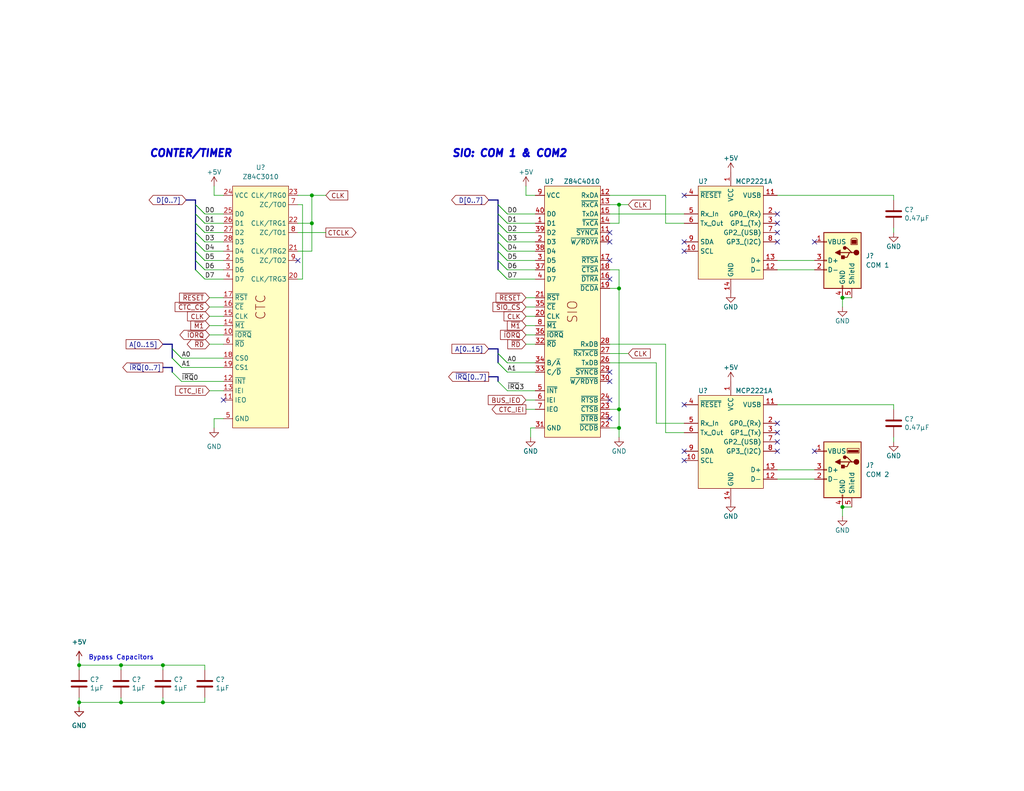
<source format=kicad_sch>
(kicad_sch (version 20230121) (generator eeschema)
  (paper "USLetter")
  (title_block (title "Main board with basic peripherals") (date "2023-09-17") (rev "6") (company "Frédéric Segard") (comment 1 "@microhobbyist") (comment 4 "Thank you to John Winans for his inspiration, as well as Grant Searle and Sergey Kiselev"))
  (lib_symbols
    (symbol "+5V_1" (power) (pin_names (offset 0))
      (property "Value" "+5V_1" (at 0 3.556 0))
      (symbol "+5V_1_0_1"
        (polyline (pts (xy -0.762 1.27) (xy 0 2.54)))
        (polyline (pts (xy 0 0) (xy 0 2.54)))
        (polyline (pts (xy 0 2.54) (xy 0.762 1.27)))
      )
      (symbol "+5V_1_1_1"
        (pin power_in line (at 0 0 90) (length 0) hide (name "+5V") (number "1"))
      )
    )
    (symbol "0_Library:MCP2221A"
      (property "Reference" "U" (at -10.16 1.27 0))
      (property "Value" "MCP2221A" (at 1.27 1.27 0))
      (symbol "MCP2221A_0_1"
        (rectangle (start -8.89 0) (end 8.89 -25.4) (stroke (width 0.1524)) (fill (type background)))
      )
      (symbol "MCP2221A_1_1"
        (pin power_in line (at 0 3.81 270) (length 3.81) (name "VCC") (number "1"))
        (pin bidirectional line (at -12.7 -17.78 0) (length 3.81) (name "SCL") (number "10"))
        (pin power_out line (at 12.7 -2.54 180) (length 3.81) (name "VUSB") (number "11"))
        (pin bidirectional line (at 12.7 -22.86 180) (length 3.81) (name "D-") (number "12"))
        (pin bidirectional line (at 12.7 -20.32 180) (length 3.81) (name "D+") (number "13"))
        (pin power_in line (at 0 -29.21 90) (length 3.81) (name "GND") (number "14"))
        (pin bidirectional line (at 12.7 -7.62 180) (length 3.81) (name "GP0_(Rx)") (number "2"))
        (pin bidirectional line (at 12.7 -10.16 180) (length 3.81) (name "GP1_(Tx)") (number "3"))
        (pin input line (at -12.7 -2.54 0) (length 3.81) (name "~{RESET}") (number "4"))
        (pin input line (at -12.7 -7.62 0) (length 3.81) (name "Rx_In") (number "5"))
        (pin output line (at -12.7 -10.16 0) (length 3.81) (name "Tx_Out") (number "6"))
        (pin bidirectional line (at 12.7 -12.7 180) (length 3.81) (name "GP2_(USB)") (number "7"))
        (pin bidirectional line (at 12.7 -15.24 180) (length 3.81) (name "GP3_(I2C)") (number "8"))
        (pin bidirectional line (at -12.7 -15.24 0) (length 3.81) (name "SDA") (number "9"))
      )
    )
    (symbol "0_Library:Z84C30xx CTC"
      (property "Reference" "U" (at -7.62 1.27 0))
      (property "Value" "Z84C30xx CTC" (at 1.27 1.27 0))
      (symbol "Z84C30xx CTC_0_0"
        (text "CTC" (at 0 -33.02 900) (effects (font (size 2.54 2.54))))
      )
      (symbol "Z84C30xx CTC_0_1"
        (rectangle (start -7.62 0) (end 7.62 -66.04) (stroke (width 0.1524)) (fill (type background)))
      )
      (symbol "Z84C30xx CTC_1_1"
        (pin bidirectional line (at -10.16 -17.78 0) (length 2.54) (name "D4") (number "1"))
        (pin input line (at -10.16 -40.64 0) (length 2.54) (name "~{IORQ}") (number "10"))
        (pin output line (at -10.16 -58.42 0) (length 2.54) (name "IEO") (number "11"))
        (pin open_collector line (at -10.16 -53.34 0) (length 2.54) (name "~{INT}") (number "12"))
        (pin input line (at -10.16 -55.88 0) (length 2.54) (name "IEI") (number "13"))
        (pin input line (at -10.16 -38.1 0) (length 2.54) (name "~{M1}") (number "14"))
        (pin input line (at -10.16 -35.56 0) (length 2.54) (name "CLK") (number "15"))
        (pin input line (at -10.16 -33.02 0) (length 2.54) (name "~{CE}") (number "16"))
        (pin input line (at -10.16 -30.48 0) (length 2.54) (name "~{RST}") (number "17"))
        (pin input line (at -10.16 -46.99 0) (length 2.54) (name "CS0") (number "18"))
        (pin input line (at -10.16 -49.53 0) (length 2.54) (name "CS1") (number "19"))
        (pin bidirectional line (at -10.16 -20.32 0) (length 2.54) (name "D5") (number "2"))
        (pin input line (at 10.16 -25.4 180) (length 2.54) (name "CLK/TRG3") (number "20"))
        (pin input line (at 10.16 -17.78 180) (length 2.54) (name "CLK/TRG2") (number "21"))
        (pin input line (at 10.16 -10.16 180) (length 2.54) (name "CLK/TRG1") (number "22"))
        (pin input line (at 10.16 -2.54 180) (length 2.54) (name "CLK/TRG0") (number "23"))
        (pin power_in line (at -10.16 -2.54 0) (length 2.54) (name "VCC") (number "24"))
        (pin bidirectional line (at -10.16 -7.62 0) (length 2.54) (name "D0") (number "25"))
        (pin bidirectional line (at -10.16 -10.16 0) (length 2.54) (name "D1") (number "26"))
        (pin bidirectional line (at -10.16 -12.7 0) (length 2.54) (name "D2") (number "27"))
        (pin bidirectional line (at -10.16 -15.24 0) (length 2.54) (name "D3") (number "28"))
        (pin bidirectional line (at -10.16 -22.86 0) (length 2.54) (name "D6") (number "3"))
        (pin bidirectional line (at -10.16 -25.4 0) (length 2.54) (name "D7") (number "4"))
        (pin power_in line (at -10.16 -63.5 0) (length 2.54) (name "GND") (number "5"))
        (pin input line (at -10.16 -43.18 0) (length 2.54) (name "~{RD}") (number "6"))
        (pin output line (at 10.16 -5.08 180) (length 2.54) (name "ZC/TO0") (number "7"))
        (pin output line (at 10.16 -12.7 180) (length 2.54) (name "ZC/TO1") (number "8"))
        (pin output line (at 10.16 -20.32 180) (length 2.54) (name "ZC/TO2") (number "9"))
      )
    )
    (symbol "0_Library:Z84C40xx SIO"
      (property "Reference" "U" (at -7.62 1.27 0))
      (property "Value" "Z84C40xx SIO" (at 1.27 1.27 0))
      (symbol "Z84C40xx SIO_0_0"
        (text "SIO" (at 0 -34.29 900) (effects (font (size 2.54 2.54))))
      )
      (symbol "Z84C40xx SIO_0_1"
        (rectangle (start -7.62 0) (end 7.62 -68.58) (stroke (width 0.1524)) (fill (type background)))
      )
      (symbol "Z84C40xx SIO_1_1"
        (pin bidirectional line (at -10.16 -10.16 0) (length 2.54) (name "D1") (number "1"))
        (pin output line (at 10.16 -15.24 180) (length 2.54) (name "~{W/RDYA}") (number "10"))
        (pin bidirectional line (at 10.16 -12.7 180) (length 2.54) (name "~{SYNCA}") (number "11"))
        (pin input line (at 10.16 -2.54 180) (length 2.54) (name "RxDA") (number "12"))
        (pin input line (at 10.16 -5.08 180) (length 2.54) (name "~{RxCA}") (number "13"))
        (pin input line (at 10.16 -10.16 180) (length 2.54) (name "~{TxCA}") (number "14"))
        (pin output line (at 10.16 -7.62 180) (length 2.54) (name "TxDA") (number "15"))
        (pin output line (at 10.16 -25.4 180) (length 2.54) (name "~{DTRA}") (number "16"))
        (pin output line (at 10.16 -20.32 180) (length 2.54) (name "~{RTSA}") (number "17"))
        (pin input line (at 10.16 -22.86 180) (length 2.54) (name "~{CTSA}") (number "18"))
        (pin input line (at 10.16 -27.94 180) (length 2.54) (name "~{DCDA}") (number "19"))
        (pin bidirectional line (at -10.16 -15.24 0) (length 2.54) (name "D3") (number "2"))
        (pin input line (at -10.16 -35.56 0) (length 2.54) (name "CLK") (number "20"))
        (pin input line (at -10.16 -30.48 0) (length 2.54) (name "~{RST}") (number "21"))
        (pin input line (at 10.16 -66.04 180) (length 2.54) (name "~{DCDB}") (number "22"))
        (pin input line (at 10.16 -60.96 180) (length 2.54) (name "~{CTSB}") (number "23"))
        (pin output line (at 10.16 -58.42 180) (length 2.54) (name "~{RTSB}") (number "24"))
        (pin output line (at 10.16 -63.5 180) (length 2.54) (name "~{DTRB}") (number "25"))
        (pin output line (at 10.16 -48.26 180) (length 2.54) (name "TxDB") (number "26"))
        (pin input line (at 10.16 -45.72 180) (length 2.54) (name "~{RxTxCB}") (number "27"))
        (pin input line (at 10.16 -43.18 180) (length 2.54) (name "RxDB") (number "28"))
        (pin bidirectional line (at 10.16 -50.8 180) (length 2.54) (name "~{SYNCB}") (number "29"))
        (pin bidirectional line (at -10.16 -20.32 0) (length 2.54) (name "D5") (number "3"))
        (pin output line (at 10.16 -53.34 180) (length 2.54) (name "~{W/RDYB}") (number "30"))
        (pin power_in line (at -10.16 -66.04 0) (length 2.54) (name "GND") (number "31"))
        (pin input line (at -10.16 -43.18 0) (length 2.54) (name "~{RD}") (number "32"))
        (pin input line (at -10.16 -50.8 0) (length 2.54) (name "C/~{D}") (number "33"))
        (pin input line (at -10.16 -48.26 0) (length 2.54) (name "B/~{A}") (number "34"))
        (pin input line (at -10.16 -33.02 0) (length 2.54) (name "~{CE}") (number "35"))
        (pin input line (at -10.16 -40.64 0) (length 2.54) (name "~{IORQ}") (number "36"))
        (pin bidirectional line (at -10.16 -22.86 0) (length 2.54) (name "D6") (number "37"))
        (pin bidirectional line (at -10.16 -17.78 0) (length 2.54) (name "D4") (number "38"))
        (pin bidirectional line (at -10.16 -12.7 0) (length 2.54) (name "D2") (number "39"))
        (pin bidirectional line (at -10.16 -25.4 0) (length 2.54) (name "D7") (number "4"))
        (pin bidirectional line (at -10.16 -7.62 0) (length 2.54) (name "D0") (number "40"))
        (pin open_collector line (at -10.16 -55.88 0) (length 2.54) (name "~{INT}") (number "5"))
        (pin input line (at -10.16 -58.42 0) (length 2.54) (name "IEI") (number "6"))
        (pin output line (at -10.16 -60.96 0) (length 2.54) (name "IEO") (number "7"))
        (pin input line (at -10.16 -38.1 0) (length 2.54) (name "~{M1}") (number "8"))
        (pin power_in line (at -10.16 -2.54 0) (length 2.54) (name "VCC") (number "9"))
      )
    )
    (symbol "Connector:USB_A" (pin_names (offset 1.016))
      (property "Reference" "J" (at -5.08 11.43 0))
      (property "Value" "USB_A" (at -5.08 8.89 0))
      (symbol "USB_A_0_1"
        (rectangle (start -5.08 -7.62) (end 5.08 7.62) (stroke (width 0.254)) (fill (type background)))
        (circle (center -3.81 2.159) (radius 0.635) (stroke (width 0.254)) (fill (type outline)))
        (rectangle (start -1.524 4.826) (end -4.318 5.334) (fill (type outline)))
        (rectangle (start -1.27 4.572) (end -4.572 5.842))
        (circle (center -0.635 3.429) (radius 0.381) (stroke (width 0.254)) (fill (type outline)))
        (rectangle (start -0.127 -7.62) (end 0.127 -6.858))
        (polyline (pts (xy -3.175 2.159) (xy -2.54 2.159) (xy -1.27 3.429) (xy -0.635 3.429)) (stroke (width 0.254)))
        (polyline (pts (xy -2.54 2.159) (xy -1.905 2.159) (xy -1.27 0.889) (xy 0 0.889)) (stroke (width 0.254)))
        (polyline (pts (xy 0.635 2.794) (xy 0.635 1.524) (xy 1.905 2.159) (xy 0.635 2.794)) (stroke (width 0.254)) (fill (type outline)))
        (rectangle (start 0.254 1.27) (end -0.508 0.508) (stroke (width 0.254)) (fill (type outline)))
        (rectangle (start 5.08 -2.667) (end 4.318 -2.413))
        (rectangle (start 5.08 -0.127) (end 4.318 0.127))
        (rectangle (start 5.08 4.953) (end 4.318 5.207))
      )
      (symbol "USB_A_1_1"
        (polyline (pts (xy -1.905 2.159) (xy 0.635 2.159)) (stroke (width 0.254)))
        (pin power_in line (at 7.62 5.08 180) (length 2.54) (name "VBUS") (number "1"))
        (pin bidirectional line (at 7.62 -2.54 180) (length 2.54) (name "D-") (number "2"))
        (pin bidirectional line (at 7.62 0 180) (length 2.54) (name "D+") (number "3"))
        (pin power_in line (at 0 -10.16 90) (length 2.54) (name "GND") (number "4"))
        (pin passive line (at -2.54 -10.16 90) (length 2.54) (name "Shield") (number "5"))
      )
    )
    (symbol "Connector:USB_B" (pin_names (offset 1.016))
      (property "Reference" "J" (at -5.08 11.43 0))
      (property "Value" "USB_B" (at -5.08 8.89 0))
      (symbol "USB_B_0_1"
        (rectangle (start -5.08 -7.62) (end 5.08 7.62) (stroke (width 0.254)) (fill (type background)))
        (circle (center -3.81 2.159) (radius 0.635) (stroke (width 0.254)) (fill (type outline)))
        (rectangle (start -3.81 5.588) (end -2.54 4.572) (fill (type outline)))
        (circle (center -0.635 3.429) (radius 0.381) (stroke (width 0.254)) (fill (type outline)))
        (rectangle (start -0.127 -7.62) (end 0.127 -6.858))
        (polyline (pts (xy -1.905 2.159) (xy 0.635 2.159)) (stroke (width 0.254)))
        (polyline (pts (xy -3.175 2.159) (xy -2.54 2.159) (xy -1.27 3.429) (xy -0.635 3.429)) (stroke (width 0.254)))
        (polyline (pts (xy -2.54 2.159) (xy -1.905 2.159) (xy -1.27 0.889) (xy 0 0.889)) (stroke (width 0.254)))
        (polyline (pts (xy 0.635 2.794) (xy 0.635 1.524) (xy 1.905 2.159) (xy 0.635 2.794)) (stroke (width 0.254)) (fill (type outline)))
        (polyline (pts (xy -4.064 4.318) (xy -2.286 4.318) (xy -2.286 5.715) (xy -2.667 6.096) (xy -3.683 6.096) (xy -4.064 5.715) (xy -4.064 4.318)))
        (rectangle (start 0.254 1.27) (end -0.508 0.508) (stroke (width 0.254)) (fill (type outline)))
        (rectangle (start 5.08 -2.667) (end 4.318 -2.413))
        (rectangle (start 5.08 -0.127) (end 4.318 0.127))
        (rectangle (start 5.08 4.953) (end 4.318 5.207))
      )
      (symbol "USB_B_1_1"
        (pin power_out line (at 7.62 5.08 180) (length 2.54) (name "VBUS") (number "1"))
        (pin bidirectional line (at 7.62 -2.54 180) (length 2.54) (name "D-") (number "2"))
        (pin bidirectional line (at 7.62 0 180) (length 2.54) (name "D+") (number "3"))
        (pin power_out line (at 0 -10.16 90) (length 2.54) (name "GND") (number "4"))
        (pin passive line (at -2.54 -10.16 90) (length 2.54) (name "Shield") (number "5"))
      )
    )
    (symbol "Device:C" (pin_numbers hide) (pin_names (offset 0.254))
      (property "Reference" "C" (at 0.635 2.54 0))
      (property "Value" "C" (at 0.635 -2.54 0))
      (symbol "C_0_1"
        (polyline (pts (xy -2.032 -0.762) (xy 2.032 -0.762)) (stroke (width 0.508)))
        (polyline (pts (xy -2.032 0.762) (xy 2.032 0.762)) (stroke (width 0.508)))
      )
      (symbol "C_1_1"
        (pin passive line (at 0 3.81 270) (length 2.794) (name "~") (number "1"))
        (pin passive line (at 0 -3.81 90) (length 2.794) (name "~") (number "2"))
      )
    )
    (symbol "GND_1" (power) (pin_names (offset 0))
      (property "Value" "GND_1" (at 0 -3.81 0))
      (symbol "GND_1_0_1"
        (polyline (pts (xy 0 0) (xy 0 -1.27) (xy 1.27 -1.27) (xy 0 -2.54) (xy -1.27 -1.27) (xy 0 -1.27)))
      )
      (symbol "GND_1_1_1"
        (pin power_in line (at 0 0 270) (length 0) hide (name "GND") (number "1"))
      )
    )
  )
  (junction (at 85.09 53.34))
  (junction (at 168.91 111.76))
  (junction (at 21.59 191.77))
  (junction (at 44.45 191.77))
  (junction (at 44.45 181.61))
  (junction (at 229.87 138.43))
  (junction (at 21.59 181.61))
  (junction (at 229.87 81.28))
  (junction (at 168.91 116.84))
  (junction (at 85.09 60.96))
  (junction (at 168.91 78.74))
  (junction (at 33.02 191.77))
  (junction (at 168.91 55.88))
  (junction (at 33.02 181.61))
  (no_connect (at 186.69 66.04))
  (no_connect (at 212.09 115.57))
  (no_connect (at 212.09 63.5))
  (no_connect (at 81.28 71.12))
  (no_connect (at 166.37 76.2))
  (no_connect (at 186.69 123.19))
  (no_connect (at 166.37 109.22))
  (no_connect (at 212.09 58.42))
  (no_connect (at 166.37 63.5))
  (no_connect (at 166.37 71.12))
  (no_connect (at 212.09 123.19))
  (no_connect (at 166.37 104.14))
  (no_connect (at 60.96 109.22))
  (no_connect (at 166.37 101.6))
  (no_connect (at 212.09 118.11))
  (no_connect (at 212.09 66.04))
  (no_connect (at 186.69 125.73))
  (no_connect (at 186.69 68.58))
  (no_connect (at 166.37 114.3))
  (no_connect (at 222.25 123.19))
  (no_connect (at 186.69 110.49))
  (no_connect (at 222.25 66.04))
  (no_connect (at 166.37 66.04))
  (no_connect (at 212.09 60.96))
  (no_connect (at 212.09 120.65))
  (no_connect (at 186.69 53.34))
  (bus_entry (at 53.34 71.12) (size 2.54 2.54))
  (bus_entry (at 53.34 58.42) (size 2.54 2.54))
  (bus_entry (at 53.34 71.12) (size 2.54 2.54))
  (bus_entry (at 135.89 73.66) (size 2.54 2.54))
  (bus_entry (at 135.89 73.66) (size 2.54 2.54))
  (bus_entry (at 135.89 66.04) (size 2.54 2.54))
  (bus_entry (at 135.89 66.04) (size 2.54 2.54))
  (bus_entry (at 46.99 97.79) (size 2.54 2.54))
  (bus_entry (at 135.89 60.96) (size 2.54 2.54))
  (bus_entry (at 135.89 60.96) (size 2.54 2.54))
  (bus_entry (at 135.89 63.5) (size 2.54 2.54))
  (bus_entry (at 135.89 63.5) (size 2.54 2.54))
  (bus_entry (at 53.34 66.04) (size 2.54 2.54))
  (bus_entry (at 53.34 55.88) (size 2.54 2.54))
  (bus_entry (at 53.34 66.04) (size 2.54 2.54))
  (bus_entry (at 53.34 58.42) (size 2.54 2.54))
  (bus_entry (at 135.89 104.14) (size 2.54 2.54))
  (bus_entry (at 135.89 55.88) (size 2.54 2.54))
  (bus_entry (at 135.89 55.88) (size 2.54 2.54))
  (bus_entry (at 135.89 71.12) (size 2.54 2.54))
  (bus_entry (at 135.89 71.12) (size 2.54 2.54))
  (bus_entry (at 53.34 68.58) (size 2.54 2.54))
  (bus_entry (at 46.99 95.25) (size 2.54 2.54))
  (bus_entry (at 53.34 55.88) (size 2.54 2.54))
  (bus_entry (at 53.34 60.96) (size 2.54 2.54))
  (bus_entry (at 46.99 101.6) (size 2.54 2.54))
  (bus_entry (at 135.89 96.52) (size 2.54 2.54))
  (bus_entry (at 135.89 96.52) (size 2.54 2.54))
  (bus_entry (at 53.34 63.5) (size 2.54 2.54))
  (bus_entry (at 53.34 73.66) (size 2.54 2.54))
  (bus_entry (at 53.34 68.58) (size 2.54 2.54))
  (bus_entry (at 53.34 63.5) (size 2.54 2.54))
  (bus_entry (at 135.89 99.06) (size 2.54 2.54))
  (bus_entry (at 135.89 99.06) (size 2.54 2.54))
  (bus_entry (at 53.34 60.96) (size 2.54 2.54))
  (bus_entry (at 46.99 97.79) (size 2.54 2.54))
  (bus_entry (at 53.34 73.66) (size 2.54 2.54))
  (bus_entry (at 135.89 58.42) (size 2.54 2.54))
  (bus_entry (at 135.89 58.42) (size 2.54 2.54))
  (bus_entry (at 46.99 95.25) (size 2.54 2.54))
  (bus_entry (at 135.89 68.58) (size 2.54 2.54))
  (bus_entry (at 135.89 68.58) (size 2.54 2.54))
  (wire (pts (xy 243.84 54.61) (xy 243.84 53.34)))
  (wire (pts (xy 243.84 111.76) (xy 243.84 110.49)))
  (bus (pts (xy 53.34 58.42) (xy 53.34 55.88)))
  (wire (pts (xy 138.43 101.6) (xy 146.05 101.6)))
  (wire (pts (xy 143.51 83.82) (xy 146.05 83.82)))
  (wire (pts (xy 57.15 83.82) (xy 60.96 83.82)))
  (wire (pts (xy 143.51 111.76) (xy 146.05 111.76)))
  (bus (pts (xy 53.34 68.58) (xy 53.34 66.04)))
  (wire (pts (xy 168.91 73.66) (xy 168.91 78.74)))
  (wire (pts (xy 81.28 68.58) (xy 85.09 68.58)))
  (wire (pts (xy 168.91 55.88) (xy 168.91 60.96)))
  (wire (pts (xy 49.53 104.14) (xy 60.96 104.14)))
  (wire (pts (xy 166.37 73.66) (xy 168.91 73.66)))
  (wire (pts (xy 58.42 114.3) (xy 58.42 116.84)))
  (wire (pts (xy 55.88 58.42) (xy 60.96 58.42)))
  (wire (pts (xy 138.43 68.58) (xy 146.05 68.58)))
  (wire (pts (xy 49.53 100.33) (xy 60.96 100.33)))
  (wire (pts (xy 21.59 181.61) (xy 21.59 182.88)))
  (wire (pts (xy 166.37 60.96) (xy 168.91 60.96)))
  (wire (pts (xy 55.88 73.66) (xy 60.96 73.66)))
  (wire (pts (xy 186.69 118.11) (xy 181.61 118.11)))
  (wire (pts (xy 229.87 81.28) (xy 229.87 83.82)))
  (wire (pts (xy 44.45 182.88) (xy 44.45 181.61)))
  (wire (pts (xy 33.02 190.5) (xy 33.02 191.77)))
  (wire (pts (xy 55.88 190.5) (xy 55.88 191.77)))
  (bus (pts (xy 53.34 60.96) (xy 53.34 58.42)))
  (wire (pts (xy 166.37 111.76) (xy 168.91 111.76)))
  (wire (pts (xy 144.78 116.84) (xy 144.78 119.38)))
  (wire (pts (xy 55.88 60.96) (xy 60.96 60.96)))
  (wire (pts (xy 44.45 190.5) (xy 44.45 191.77)))
  (wire (pts (xy 49.53 97.79) (xy 60.96 97.79)))
  (bus (pts (xy 53.34 71.12) (xy 53.34 68.58)))
  (wire (pts (xy 57.15 81.28) (xy 60.96 81.28)))
  (wire (pts (xy 138.43 106.68) (xy 146.05 106.68)))
  (wire (pts (xy 138.43 60.96) (xy 146.05 60.96)))
  (bus (pts (xy 135.89 99.06) (xy 135.89 96.52)))
  (wire (pts (xy 243.84 63.5) (xy 243.84 62.23)))
  (bus (pts (xy 133.35 95.25) (xy 135.89 95.25)))
  (wire (pts (xy 57.15 93.98) (xy 60.96 93.98)))
  (wire (pts (xy 243.84 53.34) (xy 212.09 53.34)))
  (wire (pts (xy 55.88 71.12) (xy 60.96 71.12)))
  (wire (pts (xy 44.45 191.77) (xy 55.88 191.77)))
  (bus (pts (xy 135.89 104.14) (xy 135.89 102.87)))
  (bus (pts (xy 135.89 71.12) (xy 135.89 68.58)))
  (wire (pts (xy 57.15 88.9) (xy 60.96 88.9)))
  (wire (pts (xy 57.15 86.36) (xy 60.96 86.36)))
  (wire (pts (xy 166.37 78.74) (xy 168.91 78.74)))
  (wire (pts (xy 168.91 55.88) (xy 171.45 55.88)))
  (wire (pts (xy 138.43 76.2) (xy 146.05 76.2)))
  (wire (pts (xy 143.51 93.98) (xy 146.05 93.98)))
  (wire (pts (xy 85.09 53.34) (xy 88.9 53.34)))
  (wire (pts (xy 138.43 63.5) (xy 146.05 63.5)))
  (bus (pts (xy 135.89 66.04) (xy 135.89 63.5)))
  (wire (pts (xy 57.15 106.68) (xy 60.96 106.68)))
  (wire (pts (xy 166.37 58.42) (xy 186.69 58.42)))
  (wire (pts (xy 138.43 66.04) (xy 146.05 66.04)))
  (wire (pts (xy 229.87 81.28) (xy 232.41 81.28)))
  (wire (pts (xy 44.45 181.61) (xy 55.88 181.61)))
  (bus (pts (xy 135.89 63.5) (xy 135.89 60.96)))
  (wire (pts (xy 55.88 182.88) (xy 55.88 181.61)))
  (wire (pts (xy 44.45 181.61) (xy 33.02 181.61)))
  (bus (pts (xy 53.34 55.88) (xy 53.34 54.61)))
  (wire (pts (xy 212.09 130.81) (xy 222.25 130.81)))
  (wire (pts (xy 33.02 181.61) (xy 21.59 181.61)))
  (wire (pts (xy 85.09 60.96) (xy 85.09 68.58)))
  (bus (pts (xy 135.89 55.88) (xy 135.89 54.61)))
  (wire (pts (xy 229.87 138.43) (xy 232.41 138.43)))
  (wire (pts (xy 166.37 96.52) (xy 171.45 96.52)))
  (wire (pts (xy 212.09 71.12) (xy 222.25 71.12)))
  (wire (pts (xy 166.37 55.88) (xy 168.91 55.88)))
  (wire (pts (xy 33.02 182.88) (xy 33.02 181.61)))
  (wire (pts (xy 81.28 55.88) (xy 82.55 55.88)))
  (wire (pts (xy 85.09 53.34) (xy 85.09 60.96)))
  (wire (pts (xy 212.09 73.66) (xy 222.25 73.66)))
  (bus (pts (xy 53.34 73.66) (xy 53.34 71.12)))
  (wire (pts (xy 212.09 128.27) (xy 222.25 128.27)))
  (wire (pts (xy 81.28 63.5) (xy 88.9 63.5)))
  (bus (pts (xy 133.35 54.61) (xy 135.89 54.61)))
  (wire (pts (xy 82.55 55.88) (xy 82.55 76.2)))
  (bus (pts (xy 44.45 100.33) (xy 46.99 100.33)))
  (wire (pts (xy 82.55 76.2) (xy 81.28 76.2)))
  (wire (pts (xy 138.43 58.42) (xy 146.05 58.42)))
  (wire (pts (xy 21.59 191.77) (xy 33.02 191.77)))
  (bus (pts (xy 53.34 63.5) (xy 53.34 60.96)))
  (bus (pts (xy 135.89 73.66) (xy 135.89 71.12)))
  (wire (pts (xy 138.43 71.12) (xy 146.05 71.12)))
  (wire (pts (xy 143.51 88.9) (xy 146.05 88.9)))
  (wire (pts (xy 21.59 190.5) (xy 21.59 191.77)))
  (bus (pts (xy 135.89 60.96) (xy 135.89 58.42)))
  (wire (pts (xy 58.42 50.8) (xy 58.42 53.34)))
  (wire (pts (xy 143.51 91.44) (xy 146.05 91.44)))
  (wire (pts (xy 168.91 78.74) (xy 168.91 111.76)))
  (wire (pts (xy 81.28 60.96) (xy 85.09 60.96)))
  (bus (pts (xy 46.99 101.6) (xy 46.99 100.33)))
  (wire (pts (xy 166.37 116.84) (xy 168.91 116.84)))
  (bus (pts (xy 53.34 66.04) (xy 53.34 63.5)))
  (wire (pts (xy 166.37 53.34) (xy 181.61 53.34)))
  (wire (pts (xy 143.51 86.36) (xy 146.05 86.36)))
  (bus (pts (xy 50.8 54.61) (xy 53.34 54.61)))
  (wire (pts (xy 179.07 99.06) (xy 166.37 99.06)))
  (wire (pts (xy 168.91 116.84) (xy 168.91 119.38)))
  (wire (pts (xy 55.88 68.58) (xy 60.96 68.58)))
  (bus (pts (xy 44.45 93.98) (xy 46.99 93.98)))
  (wire (pts (xy 146.05 116.84) (xy 144.78 116.84)))
  (wire (pts (xy 55.88 76.2) (xy 60.96 76.2)))
  (wire (pts (xy 143.51 50.8) (xy 143.51 53.34)))
  (bus (pts (xy 46.99 97.79) (xy 46.99 95.25)))
  (bus (pts (xy 133.35 102.87) (xy 135.89 102.87)))
  (wire (pts (xy 21.59 180.34) (xy 21.59 181.61)))
  (wire (pts (xy 143.51 109.22) (xy 146.05 109.22)))
  (bus (pts (xy 135.89 96.52) (xy 135.89 95.25)))
  (bus (pts (xy 135.89 68.58) (xy 135.89 66.04)))
  (wire (pts (xy 60.96 53.34) (xy 58.42 53.34)))
  (bus (pts (xy 135.89 58.42) (xy 135.89 55.88)))
  (wire (pts (xy 81.28 53.34) (xy 85.09 53.34)))
  (wire (pts (xy 181.61 53.34) (xy 181.61 60.96)))
  (wire (pts (xy 179.07 115.57) (xy 186.69 115.57)))
  (wire (pts (xy 138.43 73.66) (xy 146.05 73.66)))
  (wire (pts (xy 166.37 93.98) (xy 181.61 93.98)))
  (wire (pts (xy 60.96 114.3) (xy 58.42 114.3)))
  (wire (pts (xy 168.91 111.76) (xy 168.91 116.84)))
  (wire (pts (xy 55.88 66.04) (xy 60.96 66.04)))
  (wire (pts (xy 146.05 53.34) (xy 143.51 53.34)))
  (wire (pts (xy 33.02 191.77) (xy 44.45 191.77)))
  (bus (pts (xy 46.99 95.25) (xy 46.99 93.98)))
  (wire (pts (xy 229.87 138.43) (xy 229.87 140.97)))
  (wire (pts (xy 57.15 91.44) (xy 60.96 91.44)))
  (wire (pts (xy 181.61 93.98) (xy 181.61 118.11)))
  (wire (pts (xy 212.09 110.49) (xy 243.84 110.49)))
  (wire (pts (xy 138.43 99.06) (xy 146.05 99.06)))
  (wire (pts (xy 143.51 81.28) (xy 146.05 81.28)))
  (wire (pts (xy 21.59 191.77) (xy 21.59 193.04)))
  (wire (pts (xy 186.69 60.96) (xy 181.61 60.96)))
  (wire (pts (xy 179.07 115.57) (xy 179.07 99.06)))
  (wire (pts (xy 243.84 120.65) (xy 243.84 119.38)))
  (wire (pts (xy 55.88 63.5) (xy 60.96 63.5)))
  (text "CONTER/TIMER" (at 40.64 43.18 0) (effects (font (size 2 2) (thickness 0.508) bold italic) (justify left bottom)))
  (text "SIO: COM 1 & COM2" (at 123.19 43.18 0) (effects (font (size 2 2) (thickness 0.508) bold italic) (justify left bottom)))
  (text "Bypass Capacitors" (at 24.13 180.34 0) (effects (font (size 1.27 1.27)) (justify left bottom)))
  (text "Bypass Capacitors" (at 24.13 180.34 0) (effects (font (size 1.27 1.27)) (justify left bottom)))
  (label "D1" (at 55.88 60.96 0))
  (label "D7" (at 55.88 76.2 0))
  (label "A1" (at 49.53 100.33 0))
  (label "A0" (at 49.53 97.79 0))
  (label "D5" (at 138.43 71.12 0))
  (label "~{IRQ}3" (at 138.43 106.68 0))
  (label "A1" (at 138.43 101.6 0))
  (label "D1" (at 138.43 60.96 0))
  (label "D2" (at 55.88 63.5 0))
  (label "A0" (at 138.43 99.06 0))
  (label "D4" (at 55.88 68.58 0))
  (label "D6" (at 55.88 73.66 0))
  (label "D6" (at 138.43 73.66 0))
  (label "D0" (at 138.43 58.42 0))
  (label "D3" (at 55.88 66.04 0))
  (label "D3" (at 138.43 66.04 0))
  (label "~{IRQ}0" (at 49.53 104.14 0))
  (label "D5" (at 55.88 71.12 0))
  (label "D4" (at 138.43 68.58 0))
  (label "D7" (at 138.43 76.2 0))
  (label "D2" (at 138.43 63.5 0))
  (label "D0" (at 55.88 58.42 0))
  (global_label "~{SIO_CS}" (shape input) (at 143.51 83.82 180) (property "Intersheetrefs" "${INTERSHEET_REFS}" (effects hide)))
  (global_label "CLK" (shape input) (at 171.45 96.52 0) (property "Intersheetrefs" "${INTERSHEET_REFS}" (effects hide)))
  (global_label "CLK" (shape input) (at 143.51 86.36 180) (property "Intersheetrefs" "${INTERSHEET_REFS}" (effects hide)))
  (global_label "D[0..7]" (shape bidirectional) (at 50.8 54.61 180) (property "Intersheetrefs" "${INTERSHEET_REFS}" (effects hide)))
  (global_label "~{RESET}" (shape input) (at 143.51 81.28 180) (property "Intersheetrefs" "${INTERSHEET_REFS}" (effects hide)))
  (global_label "BUS_IEO" (shape input) (at 143.51 109.22 180) (property "Intersheetrefs" "${INTERSHEET_REFS}" (effects hide)))
  (global_label "~{RD}" (shape tri_state) (at 57.15 93.98 180) (property "Intersheetrefs" "${INTERSHEET_REFS}" (effects hide)))
  (global_label "CLK" (shape input) (at 88.9 53.34 0) (property "Intersheetrefs" "${INTERSHEET_REFS}" (effects hide)))
  (global_label "~{IRQ}[0..7]" (shape output) (at 44.45 100.33 180) (property "Intersheetrefs" "${INTERSHEET_REFS}" (effects hide)))
  (global_label "~{M1}" (shape input) (at 143.51 88.9 180) (property "Intersheetrefs" "${INTERSHEET_REFS}" (effects hide)))
  (global_label "A[0..15]" (shape input) (at 44.45 93.98 180) (property "Intersheetrefs" "${INTERSHEET_REFS}" (effects hide)))
  (global_label "~{RESET}" (shape input) (at 57.15 81.28 180) (property "Intersheetrefs" "${INTERSHEET_REFS}" (effects hide)))
  (global_label "~{IRQ}[0..7]" (shape output) (at 133.35 102.87 180) (property "Intersheetrefs" "${INTERSHEET_REFS}" (effects hide)))
  (global_label "~{RD}" (shape input) (at 143.51 93.98 180) (property "Intersheetrefs" "${INTERSHEET_REFS}" (effects hide)))
  (global_label "CLK" (shape input) (at 171.45 55.88 0) (property "Intersheetrefs" "${INTERSHEET_REFS}" (effects hide)))
  (global_label "CLK" (shape input) (at 57.15 86.36 180) (property "Intersheetrefs" "${INTERSHEET_REFS}" (effects hide)))
  (global_label "~{CTC_CS}" (shape input) (at 57.15 83.82 180) (property "Intersheetrefs" "${INTERSHEET_REFS}" (effects hide)))
  (global_label "CTCLK" (shape output) (at 88.9 63.5 0) (property "Intersheetrefs" "${INTERSHEET_REFS}" (effects hide)))
  (global_label "~{M1}" (shape input) (at 57.15 88.9 180) (property "Intersheetrefs" "${INTERSHEET_REFS}" (effects hide)))
  (global_label "~{IORQ}" (shape input) (at 143.51 91.44 180) (property "Intersheetrefs" "${INTERSHEET_REFS}" (effects hide)))
  (global_label "A[0..15]" (shape input) (at 133.35 95.25 180) (property "Intersheetrefs" "${INTERSHEET_REFS}" (effects hide)))
  (global_label "CTC_IEI" (shape output) (at 143.51 111.76 180) (property "Intersheetrefs" "${INTERSHEET_REFS}" (effects hide)))
  (global_label "D[0..7]" (shape bidirectional) (at 133.35 54.61 180) (property "Intersheetrefs" "${INTERSHEET_REFS}" (effects hide)))
  (global_label "CTC_IEI" (shape input) (at 57.15 106.68 180) (property "Intersheetrefs" "${INTERSHEET_REFS}" (effects hide)))
  (global_label "~{IORQ}" (shape tri_state) (at 57.15 91.44 180) (property "Intersheetrefs" "${INTERSHEET_REFS}" (effects hide)))
  (symbol (lib_id "Device:C") (at 21.59 186.69 0) (unit 1)
    (property "Reference" "C?" (at 24.511 185.5216 0) (effects (justify left)))
    (property "Value" "1µF" (at 24.511 187.833 0) (effects (justify left)))
    (property "Footprint" "Capacitor_THT:C_Disc_D3.0mm_W1.6mm_P2.50mm" (effects hide))
    (instances (project "1 - Main CPU board with basic peripherals (rev5)" (path "" (reference "C?") (unit 1))) (project "2 - CPU and memory card with the essential peripherals" (path "" (reference "C?") (unit 1))) (project "3 - Quad Serial card v3" (path "" (reference "C?") (unit 1)) (path "" (reference "C?") (unit 1))) (project "1 - Main CPU board with basic peripherals (rev6)" (path "" (reference "C13") (unit 1))))
  )
  (symbol (lib_name "GND_1") (lib_id "power:GND") (at 243.84 63.5 0) (unit 1)
    (property "Reference" "#PWR?" (effects hide))
    (property "Value" "GND" (at 243.84 67.31 0))
    (instances (project "1 - Main CPU board with basic peripherals (rev5)" (path "" (reference "#PWR?") (unit 1))) (project "2 - CPU and memory card with the essential peripherals" (path "" (reference "#PWR?") (unit 1))) (project "3 - Quad Serial card v3" (path "" (reference "#PWR?") (unit 1)) (path "" (reference "#PWR?") (unit 1)) (path "" (reference "#PWR?") (unit 1))) (project "1 - Main CPU board with basic peripherals (rev6)" (path "" (reference "#PWR034") (unit 1))))
  )
  (symbol (lib_name "+5V_1") (lib_id "power:+5V") (at 21.59 180.34 0) (unit 1)
    (property "Reference" "#PWR?" (effects hide))
    (property "Value" "+5V" (at 21.59 175.26 0))
    (instances (project "1 - Main CPU board with basic peripherals (rev5)" (path "" (reference "#PWR?") (unit 1))) (project "2 - CPU and memory card with the essential peripherals" (path "" (reference "#PWR?") (unit 1))) (project "3 - Quad Serial card v3" (path "" (reference "#PWR?") (unit 1)) (path "" (reference "#PWR?") (unit 1))) (project "1 - Main CPU board with basic peripherals (rev6)" (path "" (reference "#PWR043") (unit 1))))
  )
  (symbol (lib_id "0_Library:MCP2221A") (at 199.39 50.8 0) (unit 1)
    (property "Reference" "U?" (at 190.5 49.53 0) (effects (justify left)))
    (property "Value" "MCP2221A" (at 200.66 49.53 0) (effects (justify left)))
    (property "Footprint" "Package_DIP:DIP-14_W7.62mm_Socket" (effects hide))
    (property "Datasheet" "https://ww1.microchip.com/downloads/aemDocuments/documents/APID/ProductDocuments/DataSheets/MCP2221A-Data-Sheet-20005565E.pdf" (effects hide))
    (instances (project "1 - Main CPU board with basic peripherals (rev5)" (path "" (reference "U?") (unit 1))) (project "1 - Main CPU board with basic peripherals (rev6)" (path "" (reference "U12") (unit 1))))
  )
  (symbol (lib_name "+5V_1") (lib_id "power:+5V") (at 58.42 50.8 0) (unit 1)
    (property "Reference" "#PWR?" (effects hide))
    (property "Value" "+5V" (at 58.42 46.99 0))
    (instances (project "1 - Main CPU board with basic peripherals (rev5)" (path "" (reference "#PWR?") (unit 1))) (project "2 - CPU and memory card with the essential peripherals" (path "" (reference "#PWR?") (unit 1))) (project "3 - Quad Serial card v3" (path "" (reference "#PWR?") (unit 1)) (path "" (reference "#PWR?") (unit 1))) (project "1 - Main CPU board with basic peripherals (rev6)" (path "" (reference "#PWR047") (unit 1)) (path "" (reference "#PWR047") (unit 1))))
  )
  (symbol (lib_name "GND_1") (lib_id "power:GND") (at 229.87 83.82 0) (mirror y) (unit 1)
    (property "Reference" "#PWR?" (effects hide))
    (property "Value" "GND" (at 229.87 87.63 0))
    (instances (project "1 - Main CPU board with basic peripherals (rev5)" (path "" (reference "#PWR?") (unit 1))) (project "2 - CPU and memory card with the essential peripherals" (path "" (reference "#PWR?") (unit 1))) (project "3 - Quad Serial card v3" (path "" (reference "#PWR?") (unit 1)) (path "" (reference "#PWR?") (unit 1)) (path "" (reference "#PWR?") (unit 1))) (project "1 - Main CPU board with basic peripherals (rev6)" (path "" (reference "#PWR036") (unit 1))))
  )
  (symbol (lib_id "0_Library:MCP2221A") (at 199.39 107.95 0) (unit 1)
    (property "Reference" "U?" (at 190.5 106.68 0) (effects (justify left)))
    (property "Value" "MCP2221A" (at 200.66 106.68 0) (effects (justify left)))
    (property "Footprint" "Package_DIP:DIP-14_W7.62mm_Socket" (effects hide))
    (property "Datasheet" "https://ww1.microchip.com/downloads/aemDocuments/documents/APID/ProductDocuments/DataSheets/MCP2221A-Data-Sheet-20005565E.pdf" (effects hide))
    (instances (project "1 - Main CPU board with basic peripherals (rev5)" (path "" (reference "U?") (unit 1))) (project "1 - Main CPU board with basic peripherals (rev6)" (path "" (reference "U13") (unit 1))))
  )
  (symbol (lib_name "GND_1") (lib_id "power:GND") (at 199.39 80.01 0) (unit 1)
    (property "Reference" "#PWR?" (effects hide))
    (property "Value" "GND" (at 199.39 83.82 0))
    (instances (project "1 - Main CPU board with basic peripherals (rev5)" (path "" (reference "#PWR?") (unit 1))) (project "2 - CPU and memory card with the essential peripherals" (path "" (reference "#PWR?") (unit 1))) (project "3 - Quad Serial card v3" (path "" (reference "#PWR?") (unit 1)) (path "" (reference "#PWR?") (unit 1)) (path "" (reference "#PWR?") (unit 1))) (project "1 - Main CPU board with basic peripherals (rev6)" (path "" (reference "#PWR035") (unit 1))))
  )
  (symbol (lib_id "Connector:USB_B") (at 229.87 71.12 0) (mirror y) (unit 1)
    (property "Reference" "J?" (at 236.22 69.85 0) (effects (justify right)))
    (property "Value" "COM 1" (at 236.22 72.39 0) (effects (justify right)))
    (property "Footprint" "Connector_USB:USB_B_Lumberg_2411_02_Horizontal" (effects hide))
    (property "Datasheet" " ~" (effects hide))
    (instances (project "1 - Main CPU board with basic peripherals (rev5)" (path "" (reference "J?") (unit 1))) (project "1 - Main CPU board with basic peripherals (rev6)" (path "" (reference "J2") (unit 1))))
  )
  (symbol (lib_id "Device:C") (at 33.02 186.69 0) (unit 1)
    (property "Reference" "C?" (at 35.941 185.5216 0) (effects (justify left)))
    (property "Value" "1µF" (at 35.941 187.833 0) (effects (justify left)))
    (property "Footprint" "Capacitor_THT:C_Disc_D3.0mm_W1.6mm_P2.50mm" (effects hide))
    (instances (project "1 - Main CPU board with basic peripherals (rev5)" (path "" (reference "C?") (unit 1))) (project "2 - CPU and memory card with the essential peripherals" (path "" (reference "C?") (unit 1))) (project "3 - Quad Serial card v3" (path "" (reference "C?") (unit 1)) (path "" (reference "C?") (unit 1))) (project "1 - Main CPU board with basic peripherals (rev6)" (path "" (reference "C14") (unit 1))))
  )
  (symbol (lib_id "Device:C") (at 243.84 115.57 0) (unit 1)
    (property "Reference" "C?" (at 246.761 114.4016 0) (effects (justify left)))
    (property "Value" "0.47µF" (at 246.761 116.713 0) (effects (justify left)))
    (property "Footprint" "Capacitor_THT:C_Disc_D3.0mm_W1.6mm_P2.50mm" (effects hide))
    (instances (project "1 - Main CPU board with basic peripherals (rev5)" (path "" (reference "C?") (unit 1))) (project "2 - CPU and memory card with the essential peripherals" (path "" (reference "C?") (unit 1))) (project "3 - Quad Serial card v3" (path "" (reference "C?") (unit 1)) (path "" (reference "C?") (unit 1))) (project "1 - Main CPU board with basic peripherals (rev6)" (path "" (reference "C12") (unit 1))))
  )
  (symbol (lib_id "Connector:USB_A") (at 229.87 128.27 0) (mirror y) (unit 1)
    (property "Reference" "J?" (at 236.22 127 0) (effects (justify right)))
    (property "Value" "COM 2" (at 236.22 129.54 0) (effects (justify right)))
    (property "Footprint" "Connector_USB:USB_A_Stewart_SS-52100-001_Horizontal" (effects hide))
    (property "Datasheet" " ~" (effects hide))
    (instances (project "1 - Main CPU board with basic peripherals (rev5)" (path "" (reference "J?") (unit 1))) (project "1 - Main CPU board with basic peripherals (rev6)" (path "" (reference "J3") (unit 1))))
  )
  (symbol (lib_id "Device:C") (at 44.45 186.69 0) (unit 1)
    (property "Reference" "C?" (at 47.371 185.5216 0) (effects (justify left)))
    (property "Value" "1µF" (at 47.371 187.833 0) (effects (justify left)))
    (property "Footprint" "Capacitor_THT:C_Disc_D3.0mm_W1.6mm_P2.50mm" (effects hide))
    (instances (project "1 - Main CPU board with basic peripherals (rev5)" (path "" (reference "C?") (unit 1))) (project "2 - CPU and memory card with the essential peripherals" (path "" (reference "C?") (unit 1))) (project "3 - Quad Serial card v3" (path "" (reference "C?") (unit 1)) (path "" (reference "C?") (unit 1))) (project "1 - Main CPU board with basic peripherals (rev6)" (path "" (reference "C15") (unit 1))))
  )
  (symbol (lib_name "+5V_1") (lib_id "power:+5V") (at 199.39 104.14 0) (unit 1)
    (property "Reference" "#PWR?" (effects hide))
    (property "Value" "+5V" (at 199.39 100.33 0))
    (instances (project "1 - Main CPU board with basic peripherals (rev5)" (path "" (reference "#PWR?") (unit 1))) (project "2 - CPU and memory card with the essential peripherals" (path "" (reference "#PWR?") (unit 1))) (project "3 - Quad Serial card v3" (path "" (reference "#PWR?") (unit 1)) (path "" (reference "#PWR?") (unit 1))) (project "1 - Main CPU board with basic peripherals (rev6)" (path "" (reference "#PWR037") (unit 1))))
  )
  (symbol (lib_name "GND_1") (lib_id "power:GND") (at 243.84 120.65 0) (unit 1)
    (property "Reference" "#PWR?" (effects hide))
    (property "Value" "GND" (at 243.84 124.46 0))
    (instances (project "1 - Main CPU board with basic peripherals (rev5)" (path "" (reference "#PWR?") (unit 1))) (project "2 - CPU and memory card with the essential peripherals" (path "" (reference "#PWR?") (unit 1))) (project "3 - Quad Serial card v3" (path "" (reference "#PWR?") (unit 1)) (path "" (reference "#PWR?") (unit 1)) (path "" (reference "#PWR?") (unit 1))) (project "1 - Main CPU board with basic peripherals (rev6)" (path "" (reference "#PWR040") (unit 1))))
  )
  (symbol (lib_name "GND_1") (lib_id "power:GND") (at 58.42 116.84 0) (unit 1)
    (property "Reference" "#PWR?" (effects hide))
    (property "Value" "GND" (at 58.42 121.92 0))
    (instances (project "1 - Main CPU board with basic peripherals (rev5)" (path "" (reference "#PWR?") (unit 1))) (project "2 - CPU and memory card with the essential peripherals" (path "" (reference "#PWR?") (unit 1))) (project "3 - Quad Serial card v3" (path "" (reference "#PWR?") (unit 1)) (path "" (reference "#PWR?") (unit 1))) (project "1 - Main CPU board with basic peripherals (rev6)" (path "" (reference "#PWR048") (unit 1)) (path "" (reference "#PWR048") (unit 1))))
  )
  (symbol (lib_name "+5V_1") (lib_id "power:+5V") (at 143.51 50.8 0) (unit 1)
    (property "Reference" "#PWR?" (effects hide))
    (property "Value" "+5V" (at 143.51 46.99 0))
    (instances (project "1 - Main CPU board with basic peripherals (rev5)" (path "" (reference "#PWR?") (unit 1))) (project "2 - CPU and memory card with the essential peripherals" (path "" (reference "#PWR?") (unit 1))) (project "3 - Quad Serial card v3" (path "" (reference "#PWR?") (unit 1)) (path "" (reference "#PWR?") (unit 1))) (project "1 - Main CPU board with basic peripherals (rev6)" (path "" (reference "#PWR033") (unit 1))))
  )
  (symbol (lib_name "GND_1") (lib_id "power:GND") (at 21.59 193.04 0) (unit 1)
    (property "Reference" "#PWR?" (effects hide))
    (property "Value" "GND" (at 21.59 198.12 0))
    (instances (project "1 - Main CPU board with basic peripherals (rev5)" (path "" (reference "#PWR?") (unit 1))) (project "2 - CPU and memory card with the essential peripherals" (path "" (reference "#PWR?") (unit 1))) (project "3 - Quad Serial card v3" (path "" (reference "#PWR?") (unit 1)) (path "" (reference "#PWR?") (unit 1))) (project "1 - Main CPU board with basic peripherals (rev6)" (path "" (reference "#PWR045") (unit 1))))
  )
  (symbol (lib_name "GND_1") (lib_id "power:GND") (at 199.39 137.16 0) (mirror y) (unit 1)
    (property "Reference" "#PWR?" (effects hide))
    (property "Value" "GND" (at 199.39 140.97 0))
    (instances (project "1 - Main CPU board with basic peripherals (rev5)" (path "" (reference "#PWR?") (unit 1))) (project "2 - CPU and memory card with the essential peripherals" (path "" (reference "#PWR?") (unit 1))) (project "3 - Quad Serial card v3" (path "" (reference "#PWR?") (unit 1)) (path "" (reference "#PWR?") (unit 1)) (path "" (reference "#PWR?") (unit 1))) (project "1 - Main CPU board with basic peripherals (rev6)" (path "" (reference "#PWR041") (unit 1))))
  )
  (symbol (lib_name "+5V_1") (lib_id "power:+5V") (at 21.59 180.34 0) (unit 1)
    (property "Reference" "#PWR?" (effects hide))
    (property "Value" "+5V" (at 21.59 175.26 0))
    (instances (project "1 - Main CPU board with basic peripherals (rev5)" (path "" (reference "#PWR?") (unit 1))) (project "2 - CPU and memory card with the essential peripherals" (path "" (reference "#PWR?") (unit 1))) (project "3 - Quad Serial card v3" (path "" (reference "#PWR?") (unit 1)) (path "" (reference "#PWR?") (unit 1))) (project "1 - Main CPU board with basic peripherals (rev6)" (path "" (reference "#PWR044") (unit 1))))
  )
  (symbol (lib_id "0_Library:Z84C30xx CTC") (at 71.12 50.8 0) (unit 1)
    (property "Reference" "U?" (at 71.12 45.72 0))
    (property "Value" "Z84C3010" (at 71.12 48.26 0))
    (property "Footprint" "Package_DIP:DIP-28_W15.24mm_Socket" (effects hide))
    (property "Datasheet" "https://www.mouser.ca/datasheet/2/240/ps0181-2821199.pdf" (effects hide))
    (instances (project "1 - Main CPU board with basic peripherals (rev5)" (path "" (reference "U?") (unit 1))) (project "1 - Main CPU board with basic peripherals (rev6)" (path "" (reference "U14") (unit 1)) (path "" (reference "U14") (unit 1))))
  )
  (symbol (lib_name "GND_1") (lib_id "power:GND") (at 229.87 140.97 0) (mirror y) (unit 1)
    (property "Reference" "#PWR?" (effects hide))
    (property "Value" "GND" (at 229.87 144.78 0))
    (instances (project "1 - Main CPU board with basic peripherals (rev5)" (path "" (reference "#PWR?") (unit 1))) (project "2 - CPU and memory card with the essential peripherals" (path "" (reference "#PWR?") (unit 1))) (project "3 - Quad Serial card v3" (path "" (reference "#PWR?") (unit 1)) (path "" (reference "#PWR?") (unit 1)) (path "" (reference "#PWR?") (unit 1))) (project "1 - Main CPU board with basic peripherals (rev6)" (path "" (reference "#PWR042") (unit 1))))
  )
  (symbol (lib_name "GND_1") (lib_id "power:GND") (at 144.78 119.38 0) (unit 1)
    (property "Reference" "#PWR?" (effects hide))
    (property "Value" "GND" (at 144.78 123.19 0))
    (instances (project "1 - Main CPU board with basic peripherals (rev5)" (path "" (reference "#PWR?") (unit 1))) (project "2 - CPU and memory card with the essential peripherals" (path "" (reference "#PWR?") (unit 1))) (project "3 - Quad Serial card v3" (path "" (reference "#PWR?") (unit 1)) (path "" (reference "#PWR?") (unit 1))) (project "1 - Main CPU board with basic peripherals (rev6)" (path "" (reference "#PWR038") (unit 1))))
  )
  (symbol (lib_name "GND_1") (lib_id "power:GND") (at 168.91 119.38 0) (unit 1)
    (property "Reference" "#PWR?" (effects hide))
    (property "Value" "GND" (at 168.91 123.19 0))
    (instances (project "1 - Main CPU board with basic peripherals (rev5)" (path "" (reference "#PWR?") (unit 1))) (project "2 - CPU and memory card with the essential peripherals" (path "" (reference "#PWR?") (unit 1))) (project "3 - Quad Serial card v3" (path "" (reference "#PWR?") (unit 1)) (path "" (reference "#PWR?") (unit 1))) (project "1 - Main CPU board with basic peripherals (rev6)" (path "" (reference "#PWR039") (unit 1))))
  )
  (symbol (lib_name "+5V_1") (lib_id "power:+5V") (at 199.39 46.99 0) (unit 1)
    (property "Reference" "#PWR?" (effects hide))
    (property "Value" "+5V" (at 199.39 43.18 0))
    (instances (project "1 - Main CPU board with basic peripherals (rev5)" (path "" (reference "#PWR?") (unit 1))) (project "2 - CPU and memory card with the essential peripherals" (path "" (reference "#PWR?") (unit 1))) (project "3 - Quad Serial card v3" (path "" (reference "#PWR?") (unit 1)) (path "" (reference "#PWR?") (unit 1))) (project "1 - Main CPU board with basic peripherals (rev6)" (path "" (reference "#PWR032") (unit 1))))
  )
  (symbol (lib_id "Device:C") (at 243.84 58.42 0) (unit 1)
    (property "Reference" "C?" (at 246.761 57.2516 0) (effects (justify left)))
    (property "Value" "0.47µF" (at 246.761 59.563 0) (effects (justify left)))
    (property "Footprint" "Capacitor_THT:C_Disc_D3.0mm_W1.6mm_P2.50mm" (effects hide))
    (instances (project "1 - Main CPU board with basic peripherals (rev5)" (path "" (reference "C?") (unit 1))) (project "2 - CPU and memory card with the essential peripherals" (path "" (reference "C?") (unit 1))) (project "3 - Quad Serial card v3" (path "" (reference "C?") (unit 1)) (path "" (reference "C?") (unit 1))) (project "1 - Main CPU board with basic peripherals (rev6)" (path "" (reference "C11") (unit 1))))
  )
  (symbol (lib_id "0_Library:Z84C40xx SIO") (at 156.21 50.8 0) (unit 1)
    (property "Reference" "U?" (at 149.86 49.53 0))
    (property "Value" "Z84C4010" (at 158.75 49.53 0))
    (property "Footprint" "Package_DIP:DIP-40_W15.24mm_Socket" (effects hide))
    (property "Datasheet" "https://www.mouser.ca/datasheet/2/240/zilgs00978_1-2584731.pdf" (effects hide))
    (instances (project "1 - Main CPU board with basic peripherals (rev5)" (path "" (reference "U?") (unit 1))) (project "2 - CPU and memory card with the essential peripherals" (path "" (reference "U?") (unit 1))) (project "3 - Quad Serial card v3" (path "" (reference "U?") (unit 1))) (project "1 - Main CPU board with basic peripherals (rev6)" (path "" (reference "U11") (unit 1))))
  )
  (symbol (lib_id "Device:C") (at 55.88 186.69 0) (unit 1)
    (property "Reference" "C?" (at 58.801 185.5216 0) (effects (justify left)))
    (property "Value" "1µF" (at 58.801 187.833 0) (effects (justify left)))
    (property "Footprint" "Capacitor_THT:C_Disc_D3.4mm_W2.1mm_P2.50mm" (effects hide))
    (instances (project "1 - Main CPU board with basic peripherals (rev5)" (path "" (reference "C?") (unit 1)) (path "" (reference "C?") (unit 1))) (project "2 - CPU and memory card with the essential peripherals" (path "" (reference "C?") (unit 1))) (project "3 - Quad Serial card v3" (path "" (reference "C?") (unit 1)) (path "" (reference "C?") (unit 1))) (project "1 - Main CPU board with basic peripherals (rev6)" (path "" (reference "C?") (unit 1)) (path "" (reference "C?") (unit 1)) (path "" (reference "C16") (unit 1)) (path "" (reference "C16") (unit 1))))
  )
  (symbol (lib_name "GND_1") (lib_id "power:GND") (at 21.59 193.04 0) (unit 1)
    (property "Reference" "#PWR?" (effects hide))
    (property "Value" "GND" (at 21.59 198.12 0))
    (instances (project "1 - Main CPU board with basic peripherals (rev5)" (path "" (reference "#PWR?") (unit 1))) (project "2 - CPU and memory card with the essential peripherals" (path "" (reference "#PWR?") (unit 1))) (project "3 - Quad Serial card v3" (path "" (reference "#PWR?") (unit 1)) (path "" (reference "#PWR?") (unit 1))) (project "1 - Main CPU board with basic peripherals (rev6)" (path "" (reference "#PWR046") (unit 1))))
  )
)
</source>
